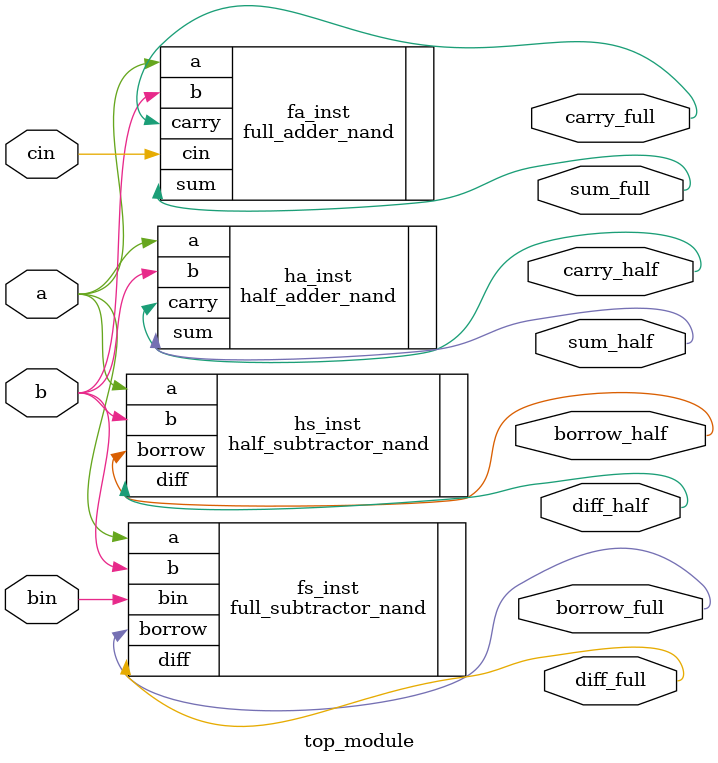
<source format=v>
`timescale 1ns / 1ps


module top_module(
    input a, b, cin, bin,
    output sum_half, carry_half, sum_full, carry_full,
    output diff_half, borrow_half, diff_full, borrow_full
);
    half_adder_nand ha_inst (
        .a(a), .b(b), 
        .sum(sum_half), 
        .carry(carry_half)
    );
    
    full_adder_nand fa_inst (
        .a(a), .b(b), .cin(cin), 
        .sum(sum_full), 
        .carry(carry_full)
    );
    
    half_subtractor_nand hs_inst (
        .a(a), .b(b), 
        .diff(diff_half), 
        .borrow(borrow_half)
    );
    
    full_subtractor_nand fs_inst (
        .a(a), .b(b), .bin(bin), 
        .diff(diff_full), 
        .borrow(borrow_full)
    );
endmodule

</source>
